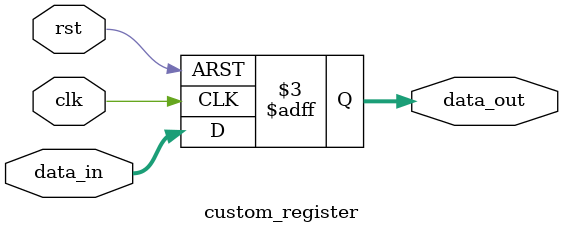
<source format=v>
`timescale 1ns / 1ps


module custom_register
  #(
    parameter integer bits = 1
    )
   (
    input wire          clk,
    input wire          rst,
    input wire [bits:0] data_in,
    output reg [bits:0] data_out
    );

   always @ (posedge clk or negedge rst)
     begin
        if(rst == 0)
          begin
             data_out <= 0;
          end
        else
          begin
             data_out <= data_in;
          end
     end
endmodule

</source>
